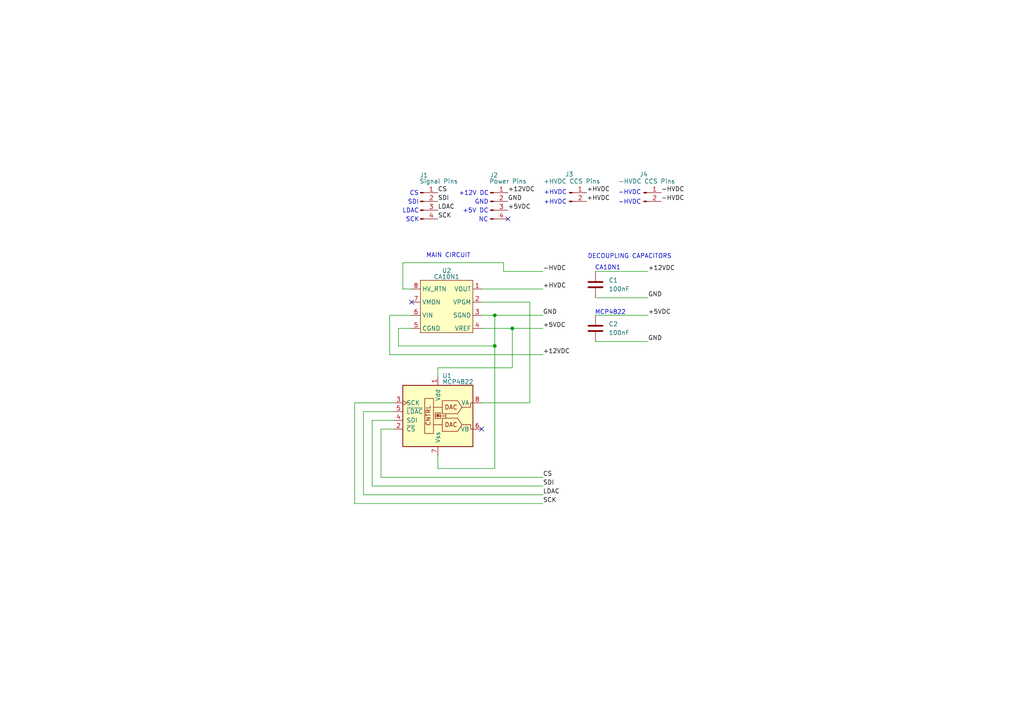
<source format=kicad_sch>
(kicad_sch (version 20250114) (generator "eeschema") (generator_version "9.0")
  (paper "A4")
  (lib_symbols
    (symbol "AcCCS_Siphon:CA10N"
      (property "Reference" "CA10N1" (at 0 8.636 0))
      (property "Value" "~" (at 0 8.89 0))
      (symbol "CA10N_0_1"
        (rectangle (start -7.62 7.62) (end 7.62 -7.62) (fill (type background)))
      )
      (symbol "CA10N_1_1"
        (pin input line (at -10.16 5.08 0) (length 2.54) (name "HV_RTN") (number "8"))
        (pin output line (at -10.16 1.27 0) (length 2.54) (name "VMON") (number "7"))
        (pin input line (at -10.16 -2.54 0) (length 2.54) (name "VIN") (number "6"))
        (pin input line (at -10.16 -6.35 0) (length 2.54) (name "CGND") (number "5"))
        (pin output line (at 10.16 5.08 180) (length 2.54) (name "VOUT") (number "1"))
        (pin input line (at 10.16 1.27 180) (length 2.54) (name "VPGM") (number "2"))
        (pin input line (at 10.16 -2.54 180) (length 2.54) (name "SGND") (number "3"))
        (pin output line (at 10.16 -6.35 180) (length 2.54) (name "VREF") (number "4"))
      )
    )
    (symbol "Analog_DAC:MCP4822" (pin_names (offset 1.016))
      (property "Reference" "U" (at -2.54 10.795 0))
      (property "Value" "MCP4822" (at -2.54 8.89 0))
      (symbol "MCP4822_0_0"
        (polyline (pts (xy 0 -0.889) (xy 0.508 -1.397) (xy -0.508 -1.397) (xy 0 -0.889)))
        (polyline (pts (xy 0 -1.778) (xy 0 -0.635)))
        (polyline (pts (xy 0.381 -0.889) (xy 0.508 -0.762)))
        (polyline (pts (xy 0.381 -0.889) (xy -0.381 -0.889) (xy -0.508 -1.016)))
        (rectangle (start 0.762 -0.381) (end -0.762 -2.032))
        (polyline (pts (xy 0.762 -1.27) (xy 2.286 -1.27) (xy 2.286 -0.762)))
        (polyline (pts (xy 2.286 -1.143) (xy 2.286 -1.905)))
        (polyline (pts (xy 6.985 1.27) (xy 9.525 1.27) (xy 9.525 2.54) (xy 10.16 2.54)))
        (polyline (pts (xy 6.985 -3.81) (xy 9.525 -3.81) (xy 9.525 -5.08) (xy 10.16 -5.08)))
        (text "CNTRL" (at -2.032 -4.191 900) (effects (font (size 1.27 1.27)) (justify left bottom)))
        (text "DAC" (at 3.81 1.27 0) (effects (font (size 1.27 1.27))))
        (text "DAC" (at 3.81 -3.81 0) (effects (font (size 1.27 1.27))))
      )
      (symbol "MCP4822_0_1"
        (rectangle (start -10.16 7.62) (end 10.16 -10.16) (stroke (width 0.254)) (fill (type background)))
        (rectangle (start -1.27 -6.35) (end -3.81 3.81))
        (polyline (pts (xy 1.27 1.27) (xy -1.27 1.27)))
        (polyline (pts (xy 1.27 -3.81) (xy -1.27 -3.81)))
        (polyline (pts (xy 6.985 1.27) (xy 5.715 3.175) (xy 1.27 3.175) (xy 1.27 -0.635) (xy 5.715 -0.635) (xy 6.985 1.27)))
        (polyline (pts (xy 6.985 -3.81) (xy 5.715 -1.905) (xy 1.27 -1.905) (xy 1.27 -5.715) (xy 5.715 -5.715) (xy 6.985 -3.81)))
      )
      (symbol "MCP4822_1_1"
        (pin input clock (at -12.7 2.54 0) (length 2.54) (name "SCK") (number "3"))
        (pin input line (at -12.7 0 0) (length 2.54) (name "~{LDAC}") (number "5"))
        (pin input line (at -12.7 -2.54 0) (length 2.54) (name "SDI") (number "4"))
        (pin input line (at -12.7 -5.08 0) (length 2.54) (name "~{CS}") (number "2"))
        (pin power_in line (at 0 10.16 270) (length 2.54) (name "Vdd") (number "1"))
        (pin power_in line (at 0 -12.7 90) (length 2.54) (name "Vss") (number "7"))
        (pin output line (at 12.7 2.54 180) (length 2.54) (name "VA") (number "8"))
        (pin output line (at 12.7 -5.08 180) (length 2.54) (name "VB") (number "6"))
      )
    )
    (symbol "Connector:Conn_01x02_Pin" (pin_names (offset 1.016) (hide yes))
      (property "Reference" "J" (at 0 2.54 0))
      (property "Value" "Conn_01x02_Pin" (at 0 -5.08 0))
      (symbol "Conn_01x02_Pin_1_1"
        (rectangle (start 0.8636 0.127) (end 0 -0.127) (stroke (width 0.1524)) (fill (type outline)))
        (rectangle (start 0.8636 -2.413) (end 0 -2.667) (stroke (width 0.1524)) (fill (type outline)))
        (polyline (pts (xy 1.27 0) (xy 0.8636 0)) (stroke (width 0.1524)))
        (polyline (pts (xy 1.27 -2.54) (xy 0.8636 -2.54)) (stroke (width 0.1524)))
        (pin passive line (at 5.08 0 180) (length 3.81) (name "Pin_1") (number "1"))
        (pin passive line (at 5.08 -2.54 180) (length 3.81) (name "Pin_2") (number "2"))
      )
    )
    (symbol "Connector:Conn_01x04_Pin" (pin_names (offset 1.016) (hide yes))
      (property "Reference" "J" (at 0 5.08 0))
      (property "Value" "Conn_01x04_Pin" (at 0 -7.62 0))
      (symbol "Conn_01x04_Pin_1_1"
        (rectangle (start 0.8636 2.667) (end 0 2.413) (stroke (width 0.1524)) (fill (type outline)))
        (rectangle (start 0.8636 0.127) (end 0 -0.127) (stroke (width 0.1524)) (fill (type outline)))
        (rectangle (start 0.8636 -2.413) (end 0 -2.667) (stroke (width 0.1524)) (fill (type outline)))
        (rectangle (start 0.8636 -4.953) (end 0 -5.207) (stroke (width 0.1524)) (fill (type outline)))
        (polyline (pts (xy 1.27 2.54) (xy 0.8636 2.54)) (stroke (width 0.1524)))
        (polyline (pts (xy 1.27 0) (xy 0.8636 0)) (stroke (width 0.1524)))
        (polyline (pts (xy 1.27 -2.54) (xy 0.8636 -2.54)) (stroke (width 0.1524)))
        (polyline (pts (xy 1.27 -5.08) (xy 0.8636 -5.08)) (stroke (width 0.1524)))
        (pin passive line (at 5.08 2.54 180) (length 3.81) (name "Pin_1") (number "1"))
        (pin passive line (at 5.08 0 180) (length 3.81) (name "Pin_2") (number "2"))
        (pin passive line (at 5.08 -2.54 180) (length 3.81) (name "Pin_3") (number "3"))
        (pin passive line (at 5.08 -5.08 180) (length 3.81) (name "Pin_4") (number "4"))
      )
    )
    (symbol "Device:C" (pin_numbers (hide yes)) (pin_names (offset 0.254))
      (property "Reference" "C" (at 0.635 2.54 0))
      (property "Value" "C" (at 0.635 -2.54 0))
      (symbol "C_0_1"
        (polyline (pts (xy -2.032 0.762) (xy 2.032 0.762)) (stroke (width 0.508)))
        (polyline (pts (xy -2.032 -0.762) (xy 2.032 -0.762)) (stroke (width 0.508)))
      )
      (symbol "C_1_1"
        (pin passive line (at 0 3.81 270) (length 2.794) (name "~") (number "1"))
        (pin passive line (at 0 -3.81 90) (length 2.794) (name "~") (number "2"))
      )
    )
  )
  (text "+5V DC\n" (at 137.922 61.214 0) (effects (font (size 1.27 1.27))))
  (text "MAIN CIRCUIT" (at 130.048 74.168 0) (effects (font (size 1.27 1.27))))
  (text "+12V DC\n" (at 137.414 56.134 0) (effects (font (size 1.27 1.27))))
  (text "CS" (at 120.142 56.134 0) (effects (font (size 1.27 1.27))))
  (text "-HVDC" (at 182.626 58.674 0) (effects (font (size 1.27 1.27))))
  (text "+HVDC" (at 161.036 55.88 0) (effects (font (size 1.27 1.27))))
  (text "+HVDC" (at 161.036 58.674 0) (effects (font (size 1.27 1.27))))
  (text "DECOUPLING CAPACITORS\n" (at 182.626 74.422 0) (effects (font (size 1.27 1.27))))
  (text "SCK" (at 119.634 63.754 0) (effects (font (size 1.27 1.27))))
  (text "LDAC" (at 119.126 61.214 0) (effects (font (size 1.27 1.27))))
  (text "-HVDC" (at 182.626 55.88 0) (effects (font (size 1.27 1.27))))
  (text "GND\n" (at 139.7 58.674 0) (effects (font (size 1.27 1.27))))
  (text "MCP4822" (at 177.038 90.678 0) (effects (font (size 1.27 1.27))))
  (text "CA10N1\n" (at 176.276 77.724 0) (effects (font (size 1.27 1.27))))
  (text "NC\n" (at 140.208 63.754 0) (effects (font (size 1.27 1.27))))
  (text "SDI" (at 119.888 58.674 0) (effects (font (size 1.27 1.27))))
  (junction (at 143.51 100.33))
  (junction (at 143.51 91.44))
  (junction (at 148.59 95.25))
  (no_connect (at 139.7 124.46))
  (no_connect (at 119.38 87.63))
  (no_connect (at 147.32 63.5))
  (wire (pts (xy 119.38 91.44) (xy 113.03 91.44)))
  (wire (pts (xy 143.51 100.33) (xy 143.51 135.89)))
  (wire (pts (xy 105.41 143.51) (xy 157.48 143.51)))
  (wire (pts (xy 102.87 116.84) (xy 102.87 146.05)))
  (wire (pts (xy 127 106.68) (xy 148.59 106.68)))
  (wire (pts (xy 148.59 106.68) (xy 148.59 95.25)))
  (wire (pts (xy 115.57 100.33) (xy 115.57 95.25)))
  (wire (pts (xy 143.51 91.44) (xy 157.48 91.44)))
  (wire (pts (xy 102.87 146.05) (xy 157.48 146.05)))
  (wire (pts (xy 113.03 102.87) (xy 157.48 102.87)))
  (wire (pts (xy 172.72 78.74) (xy 187.96 78.74)))
  (wire (pts (xy 143.51 135.89) (xy 127 135.89)))
  (wire (pts (xy 153.67 87.63) (xy 153.67 116.84)))
  (wire (pts (xy 127 132.08) (xy 127 135.89)))
  (wire (pts (xy 114.3 121.92) (xy 107.95 121.92)))
  (wire (pts (xy 107.95 121.92) (xy 107.95 140.97)))
  (wire (pts (xy 143.51 100.33) (xy 115.57 100.33)))
  (wire (pts (xy 105.41 119.38) (xy 105.41 143.51)))
  (wire (pts (xy 116.84 76.2) (xy 146.05 76.2)))
  (wire (pts (xy 172.72 86.36) (xy 187.96 86.36)))
  (wire (pts (xy 146.05 76.2) (xy 146.05 78.74)))
  (wire (pts (xy 115.57 95.25) (xy 119.38 95.25)))
  (wire (pts (xy 110.49 138.43) (xy 157.48 138.43)))
  (wire (pts (xy 114.3 116.84) (xy 102.87 116.84)))
  (wire (pts (xy 148.59 95.25) (xy 157.48 95.25)))
  (wire (pts (xy 110.49 124.46) (xy 114.3 124.46)))
  (wire (pts (xy 172.72 91.44) (xy 187.96 91.44)))
  (wire (pts (xy 116.84 83.82) (xy 119.38 83.82)))
  (wire (pts (xy 107.95 140.97) (xy 157.48 140.97)))
  (wire (pts (xy 139.7 95.25) (xy 148.59 95.25)))
  (wire (pts (xy 139.7 83.82) (xy 157.48 83.82)))
  (wire (pts (xy 143.51 91.44) (xy 143.51 100.33)))
  (wire (pts (xy 139.7 87.63) (xy 153.67 87.63)))
  (wire (pts (xy 110.49 124.46) (xy 110.49 138.43)))
  (wire (pts (xy 139.7 91.44) (xy 143.51 91.44)))
  (wire (pts (xy 139.7 116.84) (xy 153.67 116.84)))
  (wire (pts (xy 113.03 91.44) (xy 113.03 102.87)))
  (wire (pts (xy 116.84 83.82) (xy 116.84 76.2)))
  (wire (pts (xy 105.41 119.38) (xy 114.3 119.38)))
  (wire (pts (xy 146.05 78.74) (xy 157.48 78.74)))
  (wire (pts (xy 127 106.68) (xy 127 109.22)))
  (wire (pts (xy 172.72 99.06) (xy 187.96 99.06)))
  (label "+5VDC" (at 157.48 95.25 0))
  (label "SCK" (at 127 63.5 0))
  (label "CS" (at 157.48 138.43 0))
  (label "+12VDC" (at 187.96 78.74 0))
  (label "LDAC" (at 127 60.96 0))
  (label "CS" (at 127 55.88 0))
  (label "+HVDC" (at 157.48 83.82 0))
  (label "GND" (at 187.96 99.06 0))
  (label "+5VDC" (at 147.32 60.96 0))
  (label "GND" (at 157.48 91.44 0))
  (label "GND" (at 187.96 86.36 0))
  (label "-HVDC" (at 191.77 55.88 0))
  (label "-HVDC" (at 191.77 58.42 0))
  (label "SCK" (at 157.48 146.05 0))
  (label "LDAC" (at 157.48 143.51 0))
  (label "+5VDC" (at 187.96 91.44 0))
  (label "GND" (at 147.32 58.42 0))
  (label "+HVDC" (at 170.18 58.42 0))
  (label "+HVDC" (at 170.18 55.88 0))
  (label "+12VDC" (at 157.48 102.87 0))
  (label "SDI" (at 127 58.42 0))
  (label "SDI" (at 157.48 140.97 0))
  (label "-HVDC" (at 157.48 78.74 0))
  (label "+12VDC" (at 147.32 55.88 0))
  (symbol (lib_id "Device:C") (at 172.72 82.55 0) (unit 1)
    (property "Reference" "C1" (at 176.53 81.2799 0) (effects (justify left)))
    (property "Value" "100nF" (at 176.53 83.8199 0) (effects (justify left)))
    (property "Footprint" "Capacitor_THT:C_Disc_D7.5mm_W5.0mm_P5.00mm" (effects (hide yes)))
    (property "Description" "Unpolarized capacitor" (effects (hide yes)))
  )
  (symbol (lib_id "Connector:Conn_01x02_Pin") (at 186.69 55.88 0) (unit 1)
    (property "Reference" "J4" (at 186.69 50.546 0))
    (property "Value" "-HVDC CCS Pins" (at 179.324 52.578 0) (effects (justify left)))
    (property "Footprint" "TerminalBlock_Phoenix:TerminalBlock_Phoenix_MKDS-1,5-2_1x02_P5.00mm_Horizontal" (effects (hide yes)))
    (property "Description" "Generic connector, single row, 01x02, script generated" (effects (hide yes)))
  )
  (symbol (lib_id "Device:C") (at 172.72 95.25 0) (unit 1)
    (property "Reference" "C2" (at 176.53 93.9799 0) (effects (justify left)))
    (property "Value" "100nF" (at 176.53 96.5199 0) (effects (justify left)))
    (property "Footprint" "Capacitor_THT:C_Disc_D7.5mm_W5.0mm_P5.00mm" (effects (hide yes)))
    (property "Description" "Unpolarized capacitor" (effects (hide yes)))
  )
  (symbol (lib_id "Connector:Conn_01x04_Pin") (at 142.24 58.42 0) (unit 1)
    (property "Reference" "J2" (at 143.256 50.8 0))
    (property "Value" "Power Pins" (at 147.32 52.578 0))
    (property "Footprint" "Connector_PinSocket_2.54mm:PinSocket_1x04_P2.54mm_Vertical" (effects (hide yes)))
    (property "Description" "Generic connector, single row, 01x04, script generated" (effects (hide yes)))
  )
  (symbol (lib_id "Connector:Conn_01x02_Pin") (at 165.1 55.88 0) (unit 1)
    (property "Reference" "J3" (at 165.1 50.546 0))
    (property "Value" "+HVDC CCS Pins" (at 165.862 52.578 0))
    (property "Footprint" "TerminalBlock_Phoenix:TerminalBlock_Phoenix_MKDS-1,5-2_1x02_P5.00mm_Horizontal" (effects (hide yes)))
    (property "Description" "Generic connector, single row, 01x02, script generated" (effects (hide yes)))
  )
  (symbol (lib_id "Analog_DAC:MCP4822") (at 127 119.38 0) (unit 1)
    (property "Reference" "U1" (at 128.27 108.966 0) (effects (justify left)))
    (property "Value" "MCP4822" (at 128.27 110.744 0) (effects (justify left)))
    (property "Footprint" "Package_DIP:DIP-8_W7.62mm" (effects (hide yes)))
    (property "Datasheet" "http://ww1.microchip.com/downloads/en/DeviceDoc/20002249B.pdf" (effects (hide yes)))
    (property "Description" "2-Channel 12-Bit D/A Converters with SPI Interface and Internal Reference (2.048V)" (effects (hide yes)))
  )
  (symbol (lib_id "Connector:Conn_01x04_Pin") (at 121.92 58.42 0) (unit 1)
    (property "Reference" "J1" (at 122.936 50.8 0))
    (property "Value" "Signal Pins" (at 127.254 52.578 0))
    (property "Footprint" "Connector_PinSocket_2.54mm:PinSocket_1x04_P2.54mm_Vertical" (effects (hide yes)))
    (property "Description" "Generic connector, single row, 01x04, script generated" (effects (hide yes)))
  )
  (symbol (lib_id "AcCCS_Siphon:CA10N") (at 129.54 88.9 0) (unit 1)
    (property "Reference" "U2" (at 129.54 78.486 0))
    (property "Value" "CA10N1" (at 129.54 80.264 0))
    (property "Footprint" "AcCCS_Siphon:CA10N" (effects (hide yes)))
  )
)
</source>
